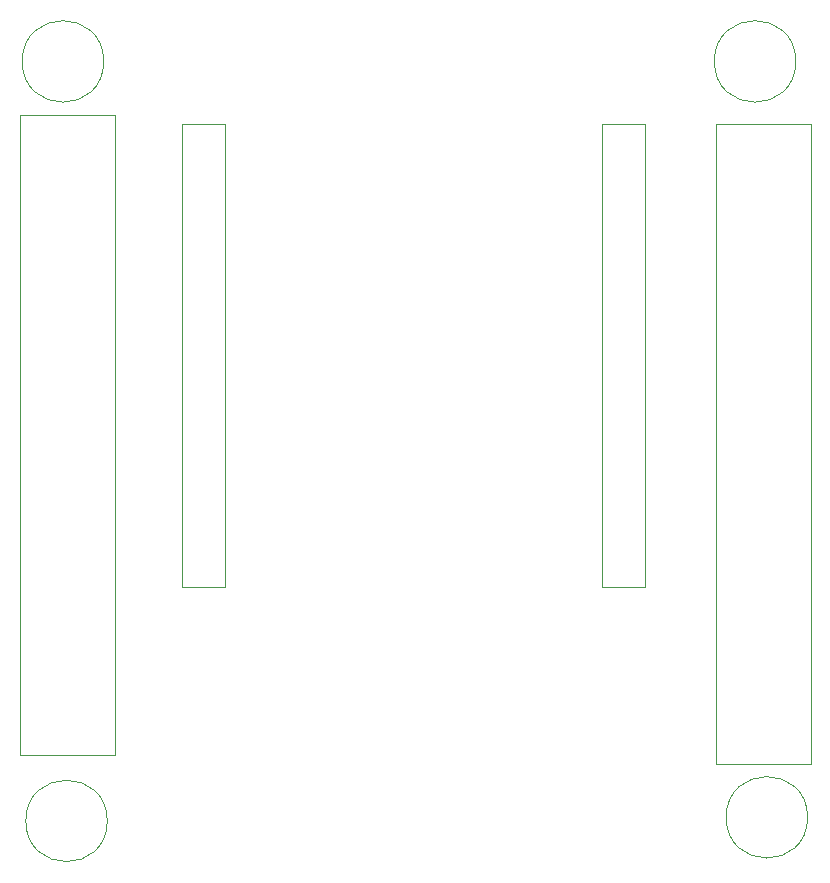
<source format=gbr>
%TF.GenerationSoftware,KiCad,Pcbnew,7.0.10-7.0.10~ubuntu22.04.1*%
%TF.CreationDate,2024-02-12T01:26:09+01:00*%
%TF.ProjectId,screw_terminal_breakout_board_esp32,73637265-775f-4746-9572-6d696e616c5f,rev?*%
%TF.SameCoordinates,Original*%
%TF.FileFunction,Other,User*%
%FSLAX46Y46*%
G04 Gerber Fmt 4.6, Leading zero omitted, Abs format (unit mm)*
G04 Created by KiCad (PCBNEW 7.0.10-7.0.10~ubuntu22.04.1) date 2024-02-12 01:26:09*
%MOMM*%
%LPD*%
G01*
G04 APERTURE LIST*
%ADD10C,0.050000*%
G04 APERTURE END LIST*
D10*
%TO.C,H4*%
X113530000Y-60080000D02*
G75*
G03*
X106630000Y-60080000I-3450000J0D01*
G01*
X106630000Y-60080000D02*
G75*
G03*
X113530000Y-60080000I3450000J0D01*
G01*
%TO.C,H3*%
X172130000Y-60080000D02*
G75*
G03*
X165230000Y-60080000I-3450000J0D01*
G01*
X165230000Y-60080000D02*
G75*
G03*
X172130000Y-60080000I3450000J0D01*
G01*
%TO.C,H2*%
X113832944Y-124382944D02*
G75*
G03*
X106932944Y-124382944I-3450000J0D01*
G01*
X106932944Y-124382944D02*
G75*
G03*
X113832944Y-124382944I3450000J0D01*
G01*
%TO.C,H1*%
X173130000Y-124080000D02*
G75*
G03*
X166230000Y-124080000I-3450000J0D01*
G01*
X166230000Y-124080000D02*
G75*
G03*
X173130000Y-124080000I3450000J0D01*
G01*
%TO.C,J1*%
X106450000Y-118820000D02*
X114450000Y-118820000D01*
X114450000Y-118820000D02*
X114450000Y-64620000D01*
X106450000Y-64620000D02*
X106450000Y-118820000D01*
X114450000Y-64620000D02*
X106450000Y-64620000D01*
%TO.C,J2*%
X173378000Y-65382000D02*
X165378000Y-65382000D01*
X165378000Y-65382000D02*
X165378000Y-119582000D01*
X173378000Y-119582000D02*
X173378000Y-65382000D01*
X165378000Y-119582000D02*
X173378000Y-119582000D01*
%TO.C,J4*%
X155740000Y-65420000D02*
X155740000Y-104570000D01*
X155740000Y-104570000D02*
X159340000Y-104570000D01*
X159340000Y-65420000D02*
X155740000Y-65420000D01*
X159340000Y-104570000D02*
X159340000Y-65420000D01*
%TO.C,J3*%
X120180000Y-65420000D02*
X120180000Y-104570000D01*
X120180000Y-104570000D02*
X123780000Y-104570000D01*
X123780000Y-65420000D02*
X120180000Y-65420000D01*
X123780000Y-104570000D02*
X123780000Y-65420000D01*
%TD*%
M02*

</source>
